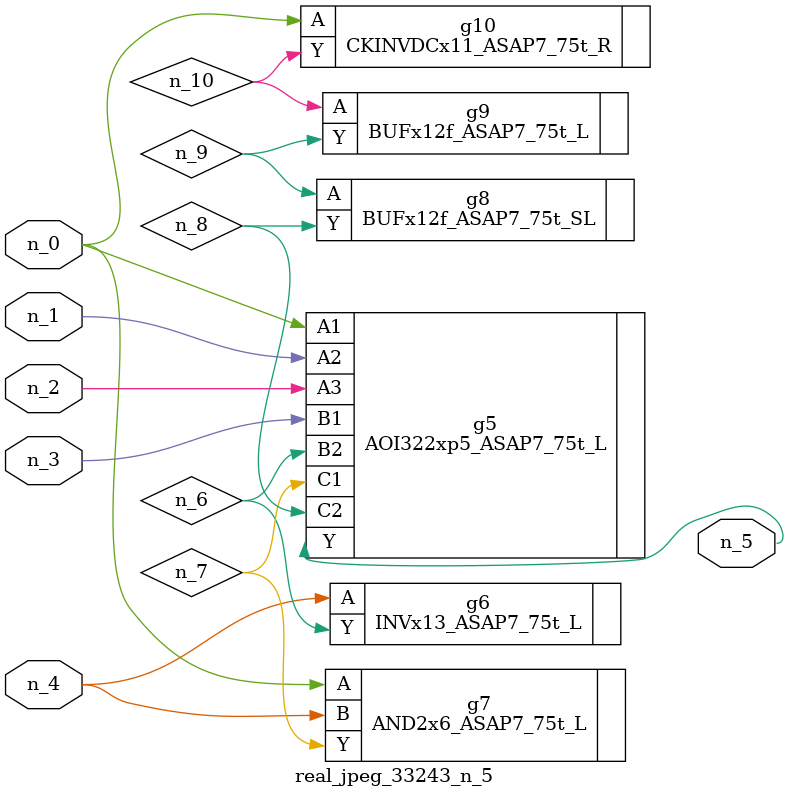
<source format=v>
module real_jpeg_33243_n_5 (n_4, n_0, n_1, n_2, n_3, n_5);

input n_4;
input n_0;
input n_1;
input n_2;
input n_3;

output n_5;

wire n_8;
wire n_6;
wire n_7;
wire n_10;
wire n_9;

AOI322xp5_ASAP7_75t_L g5 ( 
.A1(n_0),
.A2(n_1),
.A3(n_2),
.B1(n_3),
.B2(n_6),
.C1(n_7),
.C2(n_8),
.Y(n_5)
);

AND2x6_ASAP7_75t_L g7 ( 
.A(n_0),
.B(n_4),
.Y(n_7)
);

CKINVDCx11_ASAP7_75t_R g10 ( 
.A(n_0),
.Y(n_10)
);

INVx13_ASAP7_75t_L g6 ( 
.A(n_4),
.Y(n_6)
);

BUFx12f_ASAP7_75t_SL g8 ( 
.A(n_9),
.Y(n_8)
);

BUFx12f_ASAP7_75t_L g9 ( 
.A(n_10),
.Y(n_9)
);


endmodule
</source>
